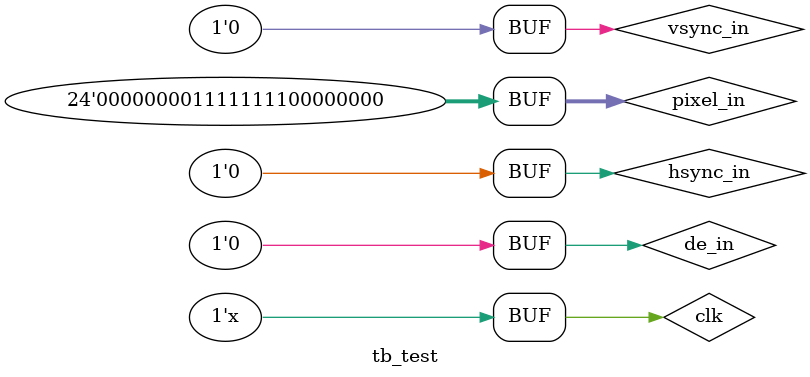
<source format=v>
`timescale 1ns / 1ps


module tb_test;

reg clk = 0;
reg [23:0] pixel_in;
reg hsync_in = 0, vsync_in = 0, de_in = 0;
wire [23:0] pixel_out;
wire hsync_out, vsync_out, de_out;

// Instantiate the design under test
rgb2ycbcr dut (
    .clk(clk),
    .hsync_in(hsync_in),
    .vsync_in(vsync_in),
    .de_in(de_in),
    .pixel_in(pixel_in),
    .de_out(de_out),
    .hsync_out(hsync_out),
    .vsync_out(vsync_out),
    .pixel_out(pixel_out)
);

// Clock generator
always #5 clk = ~clk; // 100 MHz

initial begin

    // Test case: Green
    pixel_in = 24'h00FF00;
    #100;


end



endmodule

</source>
